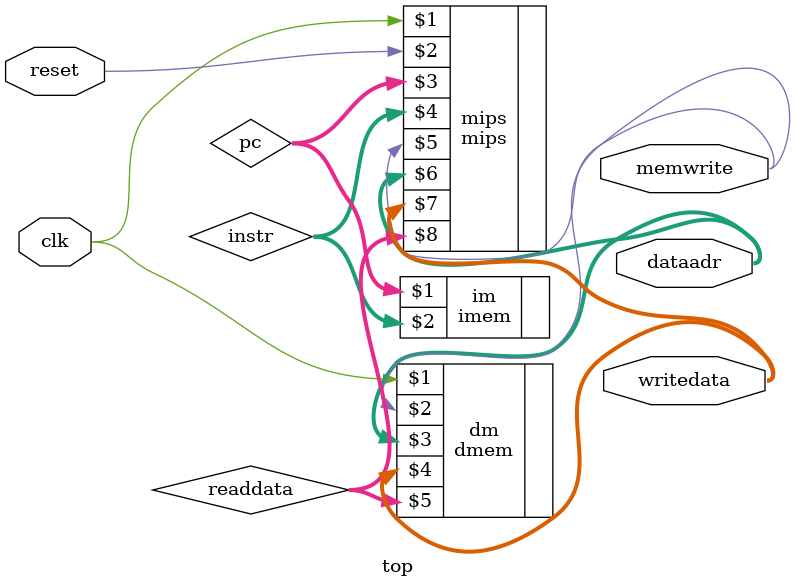
<source format=v>
`timescale 1ns / 1ps


module top(input clk, reset,
           output [31:0] writedata, dataadr,
           output memwrite);
    wire [31:0] pc,instr, readdata;
    mips mips(clk, reset, pc, instr, memwrite, dataadr, writedata, readdata);
    imem im(pc, instr);
    dmem dm(clk, memwrite, dataadr, writedata, readdata);
endmodule

</source>
